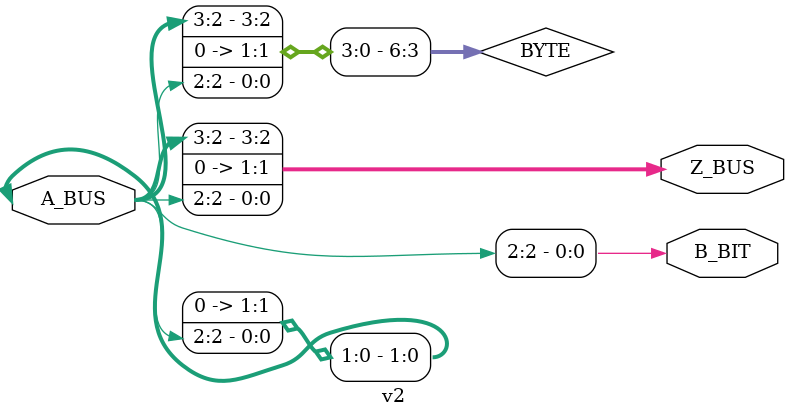
<source format=v>

module  v2( A_BUS,B_BIT,Z_BUS
);
input [3:0] A_BUS;
output B_BIT;
output  [3:0] Z_BUS;
wire [0:3] B_BUS;
wire [7:0] BYTE;


//assign Z_BUS=A_BUS;
//assign B_BUS=A_BUS;

assign BYTE[6:3] = A_BUS;
assign Z_BUS[1:0]={1'b0,A_BUS[2]};
assign B_BIT=A_BUS[0];
assign Z_BUS=BYTE[6:3];
//assign Z_BUS[0:1]={1'b0,B_BIT};
endmodule
</source>
